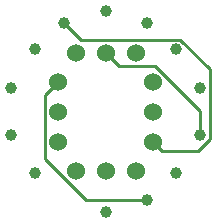
<source format=gbr>
%TF.GenerationSoftware,KiCad,Pcbnew,7.0.0*%
%TF.CreationDate,2023-09-15T14:34:08+08:00*%
%TF.ProjectId,QS-30,51532d33-302e-46b6-9963-61645f706362,rev?*%
%TF.SameCoordinates,Original*%
%TF.FileFunction,Copper,L2,Bot*%
%TF.FilePolarity,Positive*%
%FSLAX46Y46*%
G04 Gerber Fmt 4.6, Leading zero omitted, Abs format (unit mm)*
G04 Created by KiCad (PCBNEW 7.0.0) date 2023-09-15 14:34:08*
%MOMM*%
%LPD*%
G01*
G04 APERTURE LIST*
%TA.AperFunction,ComponentPad*%
%ADD10C,1.524000*%
%TD*%
%TA.AperFunction,ComponentPad*%
%ADD11C,1.000000*%
%TD*%
%TA.AperFunction,Conductor*%
%ADD12C,0.250000*%
%TD*%
G04 APERTURE END LIST*
D10*
%TO.P,J1,0,0*%
%TO.N,P0*%
X151456000Y-110896000D03*
%TO.P,J1,1,1*%
%TO.N,P1*%
X151456000Y-113436000D03*
%TO.P,J1,2,2*%
%TO.N,P2*%
X152916000Y-115896000D03*
%TO.P,J1,3,3*%
%TO.N,P3*%
X155456000Y-115896000D03*
%TO.P,J1,4,4*%
%TO.N,P4*%
X157996000Y-115896000D03*
%TO.P,J1,5,5*%
%TO.N,P5*%
X159456000Y-113436000D03*
%TO.P,J1,6,6*%
%TO.N,P6*%
X159456000Y-110896000D03*
%TO.P,J1,7,7*%
%TO.N,P7*%
X159456000Y-108356000D03*
%TO.P,J1,8,8*%
%TO.N,P8*%
X157996000Y-105896000D03*
%TO.P,J1,9,9*%
%TO.N,P9*%
X155456000Y-105896000D03*
%TO.P,J1,10,10*%
%TO.N,unconnected-(J1-Pad10)*%
X152916000Y-105896000D03*
%TO.P,J1,A,A*%
%TO.N,PA*%
X151456000Y-108356000D03*
%TD*%
D11*
%TO.P,NX1,0,0*%
%TO.N,P0*%
X161460000Y-116080000D03*
%TO.P,NX1,1,1*%
%TO.N,P1*%
X149460000Y-116080000D03*
%TO.P,NX1,2,2*%
%TO.N,P2*%
X147460000Y-112830000D03*
%TO.P,NX1,3,3*%
%TO.N,P3*%
X147460000Y-108830000D03*
%TO.P,NX1,4,4*%
%TO.N,P4*%
X149460000Y-105580000D03*
%TO.P,NX1,5,5*%
%TO.N,P5*%
X151960000Y-103330000D03*
%TO.P,NX1,6,6*%
%TO.N,P6*%
X158960000Y-103330000D03*
%TO.P,NX1,7,7*%
%TO.N,P7*%
X161460000Y-105580000D03*
%TO.P,NX1,8,8*%
%TO.N,P8*%
X163460000Y-108830000D03*
%TO.P,NX1,9,9*%
%TO.N,P9*%
X163460000Y-112830000D03*
%TO.P,NX1,A,A*%
%TO.N,PA*%
X158960000Y-118330000D03*
%TO.P,NX1,NC*%
%TO.N,N/C*%
X155460000Y-102330000D03*
X155460000Y-119330000D03*
%TD*%
D12*
%TO.N,PA*%
X153812749Y-118330000D02*
X158960000Y-118330000D01*
X150369000Y-109443000D02*
X150369000Y-114886251D01*
X150369000Y-114886251D02*
X153812749Y-118330000D01*
X151456000Y-108356000D02*
X150369000Y-109443000D01*
%TO.N,P5*%
X164285000Y-113171727D02*
X163258728Y-114197999D01*
X160217999Y-114197999D02*
X159456000Y-113436000D01*
X151960000Y-103330000D02*
X153385000Y-104755000D01*
X163258728Y-114197999D02*
X160217999Y-114197999D01*
X161801727Y-104755000D02*
X164285000Y-107238273D01*
X153385000Y-104755000D02*
X161801727Y-104755000D01*
X164285000Y-107238273D02*
X164285000Y-113171727D01*
%TO.N,P9*%
X156560000Y-107000000D02*
X155456000Y-105896000D01*
X159637251Y-107000000D02*
X156560000Y-107000000D01*
X163460000Y-110822749D02*
X159637251Y-107000000D01*
X163460000Y-112830000D02*
X163460000Y-110822749D01*
%TD*%
M02*

</source>
